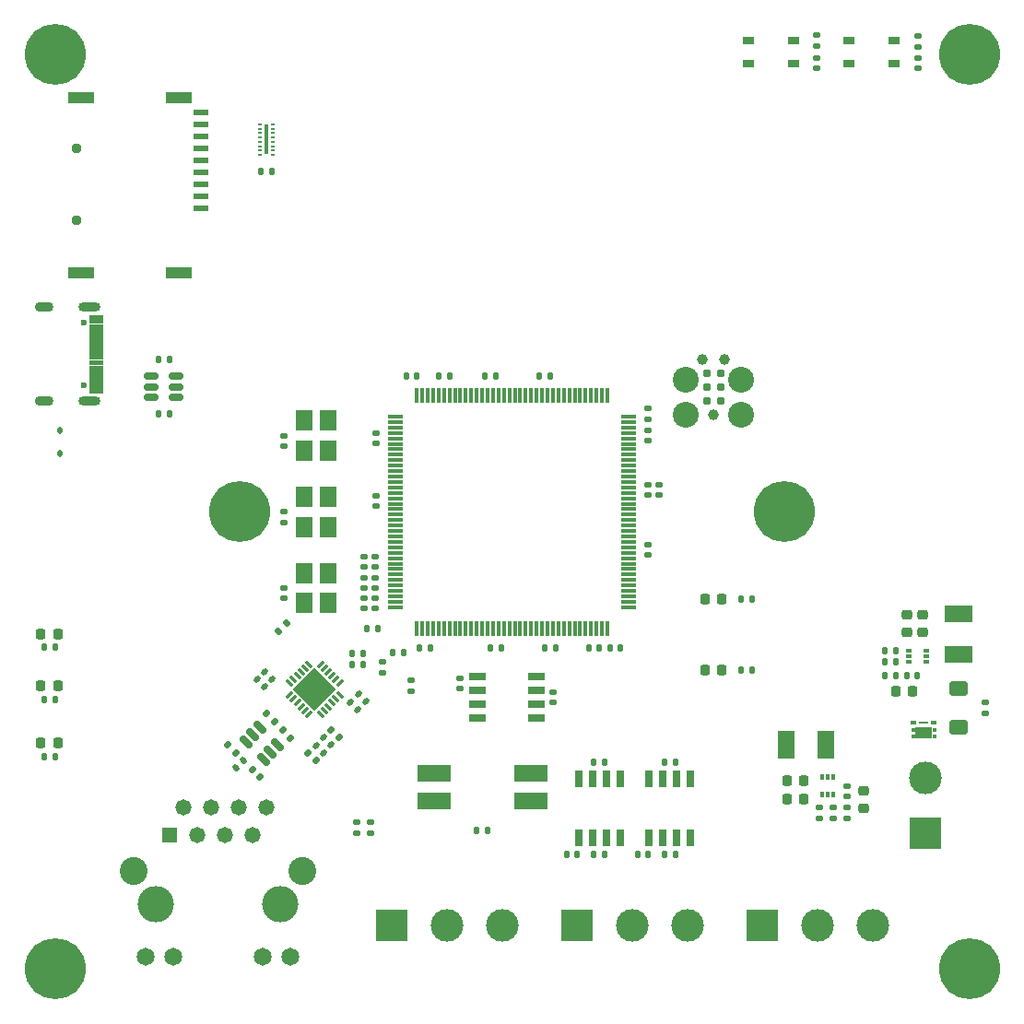
<source format=gbr>
%TF.GenerationSoftware,KiCad,Pcbnew,7.0.1*%
%TF.CreationDate,2023-07-13T18:43:16+01:00*%
%TF.ProjectId,Gateway Board,47617465-7761-4792-9042-6f6172642e6b,rev?*%
%TF.SameCoordinates,Original*%
%TF.FileFunction,Soldermask,Top*%
%TF.FilePolarity,Negative*%
%FSLAX46Y46*%
G04 Gerber Fmt 4.6, Leading zero omitted, Abs format (unit mm)*
G04 Created by KiCad (PCBNEW 7.0.1) date 2023-07-13 18:43:16*
%MOMM*%
%LPD*%
G01*
G04 APERTURE LIST*
G04 Aperture macros list*
%AMRoundRect*
0 Rectangle with rounded corners*
0 $1 Rounding radius*
0 $2 $3 $4 $5 $6 $7 $8 $9 X,Y pos of 4 corners*
0 Add a 4 corners polygon primitive as box body*
4,1,4,$2,$3,$4,$5,$6,$7,$8,$9,$2,$3,0*
0 Add four circle primitives for the rounded corners*
1,1,$1+$1,$2,$3*
1,1,$1+$1,$4,$5*
1,1,$1+$1,$6,$7*
1,1,$1+$1,$8,$9*
0 Add four rect primitives between the rounded corners*
20,1,$1+$1,$2,$3,$4,$5,0*
20,1,$1+$1,$4,$5,$6,$7,0*
20,1,$1+$1,$6,$7,$8,$9,0*
20,1,$1+$1,$8,$9,$2,$3,0*%
%AMRotRect*
0 Rectangle, with rotation*
0 The origin of the aperture is its center*
0 $1 length*
0 $2 width*
0 $3 Rotation angle, in degrees counterclockwise*
0 Add horizontal line*
21,1,$1,$2,0,0,$3*%
G04 Aperture macros list end*
%ADD10C,0.010000*%
%ADD11RoundRect,0.140000X-0.170000X0.140000X-0.170000X-0.140000X0.170000X-0.140000X0.170000X0.140000X0*%
%ADD12RoundRect,0.135000X0.135000X0.185000X-0.135000X0.185000X-0.135000X-0.185000X0.135000X-0.185000X0*%
%ADD13RoundRect,0.135000X0.185000X-0.135000X0.185000X0.135000X-0.185000X0.135000X-0.185000X-0.135000X0*%
%ADD14R,2.500000X1.500000*%
%ADD15RoundRect,0.218750X-0.218750X-0.256250X0.218750X-0.256250X0.218750X0.256250X-0.218750X0.256250X0*%
%ADD16RoundRect,0.140000X-0.140000X-0.170000X0.140000X-0.170000X0.140000X0.170000X-0.140000X0.170000X0*%
%ADD17R,0.650000X1.500000*%
%ADD18RoundRect,0.135000X-0.185000X0.135000X-0.185000X-0.135000X0.185000X-0.135000X0.185000X0.135000X0*%
%ADD19C,0.950000*%
%ADD20R,1.400000X0.620000*%
%ADD21R,2.400000X1.100000*%
%ADD22R,1.650000X1.950000*%
%ADD23RoundRect,0.140000X0.170000X-0.140000X0.170000X0.140000X-0.170000X0.140000X-0.170000X-0.140000X0*%
%ADD24RoundRect,0.140000X0.140000X0.170000X-0.140000X0.170000X-0.140000X-0.170000X0.140000X-0.170000X0*%
%ADD25RoundRect,0.135000X-0.226274X-0.035355X-0.035355X-0.226274X0.226274X0.035355X0.035355X0.226274X0*%
%ADD26R,3.000000X3.000000*%
%ADD27C,3.000000*%
%ADD28RoundRect,0.140000X0.219203X0.021213X0.021213X0.219203X-0.219203X-0.021213X-0.021213X-0.219203X0*%
%ADD29RoundRect,0.225000X-0.225000X-0.250000X0.225000X-0.250000X0.225000X0.250000X-0.225000X0.250000X0*%
%ADD30R,1.500000X0.650000*%
%ADD31RoundRect,0.135000X-0.135000X-0.185000X0.135000X-0.185000X0.135000X0.185000X-0.135000X0.185000X0*%
%ADD32RoundRect,0.225000X-0.250000X0.225000X-0.250000X-0.225000X0.250000X-0.225000X0.250000X0.225000X0*%
%ADD33C,5.600000*%
%ADD34RoundRect,0.135000X-0.035355X0.226274X-0.226274X0.035355X0.035355X-0.226274X0.226274X-0.035355X0*%
%ADD35RoundRect,0.140000X-0.219203X-0.021213X-0.021213X-0.219203X0.219203X0.021213X0.021213X0.219203X0*%
%ADD36R,3.100000X1.600000*%
%ADD37R,0.300000X0.475000*%
%ADD38RoundRect,0.135000X0.226274X0.035355X0.035355X0.226274X-0.226274X-0.035355X-0.035355X-0.226274X0*%
%ADD39R,1.500000X2.500000*%
%ADD40RoundRect,0.150000X0.468458X-0.256326X-0.256326X0.468458X-0.468458X0.256326X0.256326X-0.468458X0*%
%ADD41C,0.600000*%
%ADD42O,2.000000X0.900000*%
%ADD43O,1.700000X0.900000*%
%ADD44C,2.374900*%
%ADD45C,0.990600*%
%ADD46C,0.787400*%
%ADD47R,0.475000X0.300000*%
%ADD48RoundRect,0.150000X0.512500X0.150000X-0.512500X0.150000X-0.512500X-0.150000X0.512500X-0.150000X0*%
%ADD49RoundRect,0.225000X0.225000X0.250000X-0.225000X0.250000X-0.225000X-0.250000X0.225000X-0.250000X0*%
%ADD50C,3.330000*%
%ADD51R,1.478000X1.478000*%
%ADD52C,1.478000*%
%ADD53C,1.650000*%
%ADD54C,2.565000*%
%ADD55R,1.050000X0.650000*%
%ADD56RoundRect,0.112500X0.112500X-0.187500X0.112500X0.187500X-0.112500X0.187500X-0.112500X-0.187500X0*%
%ADD57RotRect,0.300000X0.800000X225.000000*%
%ADD58RotRect,0.300000X0.800000X135.000000*%
%ADD59RotRect,2.800000X2.800000X135.000000*%
%ADD60RoundRect,0.140000X-0.021213X0.219203X-0.219203X0.021213X0.021213X-0.219203X0.219203X-0.021213X0*%
%ADD61R,0.450000X0.200000*%
%ADD62R,0.300000X2.800000*%
%ADD63R,0.350000X0.400000*%
%ADD64R,0.500000X0.400000*%
%ADD65R,0.920000X0.285000*%
%ADD66R,1.600000X1.050000*%
%ADD67RoundRect,0.250000X-0.600000X0.400000X-0.600000X-0.400000X0.600000X-0.400000X0.600000X0.400000X0*%
%ADD68R,1.475000X0.300000*%
%ADD69R,0.300000X1.475000*%
G04 APERTURE END LIST*
%TO.C,J303*%
D10*
X107370000Y-82650000D02*
X106130000Y-82650000D01*
X106130000Y-81950000D01*
X107370000Y-81950000D01*
X107370000Y-82650000D01*
G36*
X107370000Y-82650000D02*
G01*
X106130000Y-82650000D01*
X106130000Y-81950000D01*
X107370000Y-81950000D01*
X107370000Y-82650000D01*
G37*
X107370000Y-83450000D02*
X106130000Y-83450000D01*
X106130000Y-82750000D01*
X107370000Y-82750000D01*
X107370000Y-83450000D01*
G36*
X107370000Y-83450000D02*
G01*
X106130000Y-83450000D01*
X106130000Y-82750000D01*
X107370000Y-82750000D01*
X107370000Y-83450000D01*
G37*
X107370000Y-83950000D02*
X106130000Y-83950000D01*
X106130000Y-83550000D01*
X107370000Y-83550000D01*
X107370000Y-83950000D01*
G36*
X107370000Y-83950000D02*
G01*
X106130000Y-83950000D01*
X106130000Y-83550000D01*
X107370000Y-83550000D01*
X107370000Y-83950000D01*
G37*
X107370000Y-84450000D02*
X106130000Y-84450000D01*
X106130000Y-84050000D01*
X107370000Y-84050000D01*
X107370000Y-84450000D01*
G36*
X107370000Y-84450000D02*
G01*
X106130000Y-84450000D01*
X106130000Y-84050000D01*
X107370000Y-84050000D01*
X107370000Y-84450000D01*
G37*
X107370000Y-84950000D02*
X106130000Y-84950000D01*
X106130000Y-84550000D01*
X107370000Y-84550000D01*
X107370000Y-84950000D01*
G36*
X107370000Y-84950000D02*
G01*
X106130000Y-84950000D01*
X106130000Y-84550000D01*
X107370000Y-84550000D01*
X107370000Y-84950000D01*
G37*
X107370000Y-85450000D02*
X106130000Y-85450000D01*
X106130000Y-85050000D01*
X107370000Y-85050000D01*
X107370000Y-85450000D01*
G36*
X107370000Y-85450000D02*
G01*
X106130000Y-85450000D01*
X106130000Y-85050000D01*
X107370000Y-85050000D01*
X107370000Y-85450000D01*
G37*
X107370000Y-85950000D02*
X106130000Y-85950000D01*
X106130000Y-85550000D01*
X107370000Y-85550000D01*
X107370000Y-85950000D01*
G36*
X107370000Y-85950000D02*
G01*
X106130000Y-85950000D01*
X106130000Y-85550000D01*
X107370000Y-85550000D01*
X107370000Y-85950000D01*
G37*
X107370000Y-86450000D02*
X106130000Y-86450000D01*
X106130000Y-86050000D01*
X107370000Y-86050000D01*
X107370000Y-86450000D01*
G36*
X107370000Y-86450000D02*
G01*
X106130000Y-86450000D01*
X106130000Y-86050000D01*
X107370000Y-86050000D01*
X107370000Y-86450000D01*
G37*
X107370000Y-86950000D02*
X106130000Y-86950000D01*
X106130000Y-86550000D01*
X107370000Y-86550000D01*
X107370000Y-86950000D01*
G36*
X107370000Y-86950000D02*
G01*
X106130000Y-86950000D01*
X106130000Y-86550000D01*
X107370000Y-86550000D01*
X107370000Y-86950000D01*
G37*
X107370000Y-87450000D02*
X106130000Y-87450000D01*
X106130000Y-87050000D01*
X107370000Y-87050000D01*
X107370000Y-87450000D01*
G36*
X107370000Y-87450000D02*
G01*
X106130000Y-87450000D01*
X106130000Y-87050000D01*
X107370000Y-87050000D01*
X107370000Y-87450000D01*
G37*
X107370000Y-88250000D02*
X106130000Y-88250000D01*
X106130000Y-87550000D01*
X107370000Y-87550000D01*
X107370000Y-88250000D01*
G36*
X107370000Y-88250000D02*
G01*
X106130000Y-88250000D01*
X106130000Y-87550000D01*
X107370000Y-87550000D01*
X107370000Y-88250000D01*
G37*
X107370000Y-89050000D02*
X106130000Y-89050000D01*
X106130000Y-88350000D01*
X107370000Y-88350000D01*
X107370000Y-89050000D01*
G36*
X107370000Y-89050000D02*
G01*
X106130000Y-89050000D01*
X106130000Y-88350000D01*
X107370000Y-88350000D01*
X107370000Y-89050000D01*
G37*
%TD*%
D11*
%TO.C,C309*%
X157500000Y-97520000D03*
X157500000Y-98480000D03*
%TD*%
D12*
%TO.C,R301*%
X103020000Y-117250000D03*
X102000000Y-117250000D03*
%TD*%
D11*
%TO.C,C310*%
X131400000Y-107920000D03*
X131400000Y-108880000D03*
%TD*%
%TO.C,C324*%
X157500000Y-92520000D03*
X157500000Y-93480000D03*
%TD*%
D13*
%TO.C,R201*%
X174500000Y-128172000D03*
X174500000Y-127152000D03*
%TD*%
D11*
%TO.C,C304*%
X182250000Y-58270000D03*
X182250000Y-59230000D03*
%TD*%
D13*
%TO.C,R207*%
X188500000Y-118510000D03*
X188500000Y-117490000D03*
%TD*%
D14*
%TO.C,L202*%
X186000000Y-113100000D03*
X186000000Y-109400000D03*
%TD*%
D12*
%TO.C,R302*%
X142760000Y-129250000D03*
X141740000Y-129250000D03*
%TD*%
D15*
%TO.C,D302*%
X101722500Y-111200000D03*
X103297500Y-111200000D03*
%TD*%
D16*
%TO.C,C320*%
X142520000Y-87500000D03*
X143480000Y-87500000D03*
%TD*%
D17*
%TO.C,IC304*%
X161405000Y-124550000D03*
X160135000Y-124550000D03*
X158865000Y-124550000D03*
X157595000Y-124550000D03*
X157595000Y-129950000D03*
X158865000Y-129950000D03*
X160135000Y-129950000D03*
X161405000Y-129950000D03*
%TD*%
D18*
%TO.C,R413*%
X132000000Y-128490000D03*
X132000000Y-129510000D03*
%TD*%
D19*
%TO.C,J302*%
X105000000Y-66605000D03*
X105000000Y-73205000D03*
D20*
X116420000Y-72105000D03*
X116420000Y-71005000D03*
X116420000Y-69905000D03*
X116420000Y-68805000D03*
X116420000Y-67705000D03*
X116420000Y-66605000D03*
X116420000Y-65505000D03*
X116420000Y-64405000D03*
X116420000Y-63305000D03*
D21*
X114420000Y-61925000D03*
X105420000Y-61925000D03*
X105420000Y-78075000D03*
X114420000Y-78075000D03*
%TD*%
D22*
%TO.C,X303*%
X125900000Y-91625000D03*
X125900000Y-94375000D03*
X128100000Y-94375000D03*
X128100000Y-91625000D03*
%TD*%
D18*
%TO.C,R402*%
X133100000Y-113790000D03*
X133100000Y-114810000D03*
%TD*%
D11*
%TO.C,C308*%
X132400000Y-107920000D03*
X132400000Y-108880000D03*
%TD*%
D23*
%TO.C,C305*%
X132400000Y-106980000D03*
X132400000Y-106020000D03*
%TD*%
D24*
%TO.C,C204*%
X182230000Y-115000000D03*
X181270000Y-115000000D03*
%TD*%
D12*
%TO.C,R303*%
X103020000Y-112450000D03*
X102000000Y-112450000D03*
%TD*%
D16*
%TO.C,C6*%
X159040000Y-123000000D03*
X160000000Y-123000000D03*
%TD*%
D25*
%TO.C,R411*%
X123939376Y-120039376D03*
X124660624Y-120760624D03*
%TD*%
D13*
%TO.C,R311*%
X173000000Y-57250000D03*
X173000000Y-56230000D03*
%TD*%
D24*
%TO.C,C323*%
X152980000Y-112500000D03*
X152020000Y-112500000D03*
%TD*%
D26*
%TO.C,J304*%
X133920000Y-138000000D03*
D27*
X139000000Y-138000000D03*
X144080000Y-138000000D03*
%TD*%
D28*
%TO.C,C404*%
X122268091Y-116064945D03*
X121589269Y-115386123D03*
%TD*%
D23*
%TO.C,C314*%
X132400000Y-105080000D03*
X132400000Y-104120000D03*
%TD*%
D24*
%TO.C,C3*%
X150980000Y-131500000D03*
X150020000Y-131500000D03*
%TD*%
D29*
%TO.C,C207*%
X170225000Y-124662000D03*
X171775000Y-124662000D03*
%TD*%
D30*
%TO.C,IC302*%
X147200000Y-118905000D03*
X147200000Y-117635000D03*
X147200000Y-116365000D03*
X147200000Y-115095000D03*
X141800000Y-115095000D03*
X141800000Y-116365000D03*
X141800000Y-117635000D03*
X141800000Y-118905000D03*
%TD*%
D22*
%TO.C,X301*%
X125900000Y-105625000D03*
X125900000Y-108375000D03*
X128100000Y-108375000D03*
X128100000Y-105625000D03*
%TD*%
D31*
%TO.C,R401*%
X130290000Y-113000000D03*
X131310000Y-113000000D03*
%TD*%
D16*
%TO.C,C4*%
X152520000Y-123000000D03*
X153480000Y-123000000D03*
%TD*%
D26*
%TO.C,J306*%
X168000000Y-138000000D03*
D27*
X173080000Y-138000000D03*
X178160000Y-138000000D03*
%TD*%
D15*
%TO.C,D201*%
X162712500Y-114500000D03*
X164287500Y-114500000D03*
%TD*%
D22*
%TO.C,X302*%
X125900000Y-98625000D03*
X125900000Y-101375000D03*
X128100000Y-101375000D03*
X128100000Y-98625000D03*
%TD*%
D32*
%TO.C,C208*%
X182750000Y-109475000D03*
X182750000Y-111025000D03*
%TD*%
D18*
%TO.C,R412*%
X130750000Y-128480000D03*
X130750000Y-129500000D03*
%TD*%
D33*
%TO.C,H101*%
X103000000Y-58000000D03*
%TD*%
D34*
%TO.C,R406*%
X124260624Y-110239376D03*
X123539376Y-110960624D03*
%TD*%
D24*
%TO.C,C313*%
X137480000Y-112500000D03*
X136520000Y-112500000D03*
%TD*%
D31*
%TO.C,R308*%
X112490000Y-86000000D03*
X113510000Y-86000000D03*
%TD*%
%TO.C,R203*%
X179240000Y-113750000D03*
X180260000Y-113750000D03*
%TD*%
D23*
%TO.C,C301*%
X124000000Y-93960000D03*
X124000000Y-93000000D03*
%TD*%
D35*
%TO.C,C405*%
X126989269Y-121436123D03*
X127668091Y-122114945D03*
%TD*%
D36*
%TO.C,SW301*%
X137805000Y-123980000D03*
X137805000Y-126520000D03*
X146695000Y-126520000D03*
X146695000Y-123980000D03*
%TD*%
D25*
%TO.C,R410*%
X121139376Y-123639376D03*
X121860624Y-124360624D03*
%TD*%
D11*
%TO.C,C316*%
X157500000Y-90520000D03*
X157500000Y-91480000D03*
%TD*%
D37*
%TO.C,IC201*%
X174500000Y-124324000D03*
X174000000Y-124324000D03*
X173500000Y-124324000D03*
X173500000Y-126000000D03*
X174000000Y-126000000D03*
X174500000Y-126000000D03*
%TD*%
D31*
%TO.C,R307*%
X152490000Y-131500000D03*
X153510000Y-131500000D03*
%TD*%
%TO.C,R310*%
X158990000Y-131500000D03*
X160010000Y-131500000D03*
%TD*%
D24*
%TO.C,C206*%
X180230000Y-112750000D03*
X179270000Y-112750000D03*
%TD*%
D38*
%TO.C,R408*%
X123160624Y-119260624D03*
X122439376Y-118539376D03*
%TD*%
D23*
%TO.C,C322*%
X131400000Y-105080000D03*
X131400000Y-104120000D03*
%TD*%
D39*
%TO.C,L201*%
X173850000Y-121412000D03*
X170150000Y-121412000D03*
%TD*%
D40*
%TO.C,U401*%
X122132583Y-122726085D03*
X122804334Y-122054334D03*
X123476085Y-121382583D03*
X121867417Y-119773915D03*
X121195666Y-120445666D03*
X120523915Y-121117417D03*
%TD*%
D25*
%TO.C,R407*%
X126268056Y-122114910D03*
X126989304Y-122836158D03*
%TD*%
D11*
%TO.C,C1*%
X140250000Y-115270000D03*
X140250000Y-116230000D03*
%TD*%
D15*
%TO.C,D202*%
X162712500Y-108000000D03*
X164287500Y-108000000D03*
%TD*%
D28*
%TO.C,C406*%
X122968091Y-115364945D03*
X122289269Y-114686123D03*
%TD*%
D41*
%TO.C,J303*%
X105680000Y-82610000D03*
X105680000Y-88390000D03*
D42*
X106170000Y-81175000D03*
X106170000Y-89825000D03*
D43*
X102000000Y-81175000D03*
X102000000Y-89825000D03*
%TD*%
D26*
%TO.C,J305*%
X150920000Y-138000000D03*
D27*
X156000000Y-138000000D03*
X161080000Y-138000000D03*
%TD*%
D44*
%TO.C,J301*%
X160960000Y-91040000D03*
D45*
X163500000Y-91040000D03*
D44*
X166040000Y-91040000D03*
X160960000Y-87865000D03*
X166040000Y-87865000D03*
D45*
X162484000Y-85960000D03*
X164516000Y-85960000D03*
D46*
X164135000Y-89770000D03*
X162865000Y-89770000D03*
X164135000Y-88500000D03*
X162865000Y-88500000D03*
X164135000Y-87230000D03*
X162865000Y-87230000D03*
%TD*%
D12*
%TO.C,R304*%
X103020000Y-122450000D03*
X102000000Y-122450000D03*
%TD*%
D33*
%TO.C,H104*%
X187000000Y-142000000D03*
%TD*%
D47*
%TO.C,IC202*%
X183088000Y-113750000D03*
X183088000Y-113250000D03*
X183088000Y-112750000D03*
X181412000Y-112750000D03*
X181412000Y-113250000D03*
X181412000Y-113750000D03*
%TD*%
D13*
%TO.C,R403*%
X135700000Y-116510000D03*
X135700000Y-115490000D03*
%TD*%
%TO.C,R202*%
X175750000Y-128192000D03*
X175750000Y-127172000D03*
%TD*%
D16*
%TO.C,C325*%
X121945000Y-68700000D03*
X122905000Y-68700000D03*
%TD*%
D17*
%TO.C,IC303*%
X154905000Y-124550000D03*
X153635000Y-124550000D03*
X152365000Y-124550000D03*
X151095000Y-124550000D03*
X151095000Y-129950000D03*
X152365000Y-129950000D03*
X153635000Y-129950000D03*
X154905000Y-129950000D03*
%TD*%
D16*
%TO.C,C317*%
X154020000Y-112500000D03*
X154980000Y-112500000D03*
%TD*%
D48*
%TO.C,U302*%
X114137500Y-89450000D03*
X114137500Y-88500000D03*
X114137500Y-87550000D03*
X111862500Y-87550000D03*
X111862500Y-88500000D03*
X111862500Y-89450000D03*
%TD*%
D49*
%TO.C,C202*%
X181775000Y-116500000D03*
X180225000Y-116500000D03*
%TD*%
D35*
%TO.C,C403*%
X130160589Y-117460589D03*
X130839411Y-118139411D03*
%TD*%
D15*
%TO.C,D303*%
X101722500Y-121200000D03*
X103297500Y-121200000D03*
%TD*%
D31*
%TO.C,R309*%
X112490000Y-91000000D03*
X113510000Y-91000000D03*
%TD*%
D35*
%TO.C,C402*%
X130860589Y-116760589D03*
X131539411Y-117439411D03*
%TD*%
D11*
%TO.C,C315*%
X158500000Y-97520000D03*
X158500000Y-98480000D03*
%TD*%
D38*
%TO.C,R409*%
X119610624Y-122110624D03*
X118889376Y-121389376D03*
%TD*%
D50*
%TO.C,J401*%
X123715000Y-136000000D03*
X112285000Y-136000000D03*
D51*
X113555000Y-129650000D03*
D52*
X114825000Y-127110000D03*
X116095000Y-129650000D03*
X117365000Y-127110000D03*
X118635000Y-129650000D03*
X119905000Y-127110000D03*
X121175000Y-129650000D03*
X122445000Y-127110000D03*
D53*
X111375000Y-140900000D03*
X113915000Y-140900000D03*
X122085000Y-140900000D03*
X124625000Y-140900000D03*
D54*
X125745000Y-132950000D03*
X110255000Y-132950000D03*
%TD*%
D55*
%TO.C,S301*%
X175925000Y-56675000D03*
X180075000Y-56675000D03*
X175925000Y-58825000D03*
X180075000Y-58825000D03*
%TD*%
%TO.C,S302*%
X166675000Y-56675000D03*
X170825000Y-56675000D03*
X166675000Y-58825000D03*
X170825000Y-58825000D03*
%TD*%
D12*
%TO.C,R205*%
X167010000Y-114500000D03*
X165990000Y-114500000D03*
%TD*%
D25*
%TO.C,FB401*%
X128368056Y-120014910D03*
X129089304Y-120736158D03*
%TD*%
D26*
%TO.C,J201*%
X183000000Y-129540000D03*
D27*
X183000000Y-124460000D03*
%TD*%
D23*
%TO.C,C303*%
X124000000Y-107960000D03*
X124000000Y-107000000D03*
%TD*%
D56*
%TO.C,D304*%
X103500000Y-94650000D03*
X103500000Y-92550000D03*
%TD*%
D33*
%TO.C,H103*%
X187000000Y-58000000D03*
%TD*%
D35*
%TO.C,C407*%
X127689269Y-120736123D03*
X128368091Y-121414945D03*
%TD*%
D24*
%TO.C,C318*%
X148980000Y-112500000D03*
X148020000Y-112500000D03*
%TD*%
D12*
%TO.C,R306*%
X139250000Y-87500000D03*
X138230000Y-87500000D03*
%TD*%
D31*
%TO.C,R405*%
X131690000Y-110700000D03*
X132710000Y-110700000D03*
%TD*%
D24*
%TO.C,C5*%
X157480000Y-131500000D03*
X156520000Y-131500000D03*
%TD*%
D57*
%TO.C,IC401*%
X127396447Y-118582641D03*
X127750000Y-118229088D03*
X128103554Y-117875534D03*
X128457107Y-117521981D03*
X128810661Y-117168427D03*
X129164214Y-116814874D03*
D58*
X129164214Y-115754214D03*
X128810661Y-115400661D03*
X128457107Y-115047107D03*
X128103554Y-114693554D03*
X127750000Y-114340000D03*
X127396447Y-113986447D03*
D57*
X126335787Y-113986447D03*
X125982234Y-114340000D03*
X125628680Y-114693554D03*
X125275127Y-115047107D03*
X124921573Y-115400661D03*
X124568020Y-115754214D03*
D58*
X124568020Y-116814874D03*
X124921573Y-117168427D03*
X125275127Y-117521981D03*
X125628680Y-117875534D03*
X125982234Y-118229088D03*
X126335787Y-118582641D03*
D59*
X126866117Y-116284544D03*
%TD*%
D11*
%TO.C,C326*%
X173000000Y-58270000D03*
X173000000Y-59230000D03*
%TD*%
D23*
%TO.C,C312*%
X132500000Y-99480000D03*
X132500000Y-98520000D03*
%TD*%
D24*
%TO.C,C401*%
X131280000Y-114000000D03*
X130320000Y-114000000D03*
%TD*%
%TO.C,C319*%
X143980000Y-112500000D03*
X143020000Y-112500000D03*
%TD*%
D13*
%TO.C,R305*%
X182250000Y-57260000D03*
X182250000Y-56240000D03*
%TD*%
D32*
%TO.C,C210*%
X181250000Y-109475000D03*
X181250000Y-111025000D03*
%TD*%
D29*
%TO.C,C209*%
X170225000Y-126412000D03*
X171775000Y-126412000D03*
%TD*%
D23*
%TO.C,C311*%
X132500000Y-93730000D03*
X132500000Y-92770000D03*
%TD*%
D33*
%TO.C,H105*%
X120000000Y-100000000D03*
%TD*%
D11*
%TO.C,C205*%
X173250000Y-127182000D03*
X173250000Y-128142000D03*
%TD*%
D31*
%TO.C,R204*%
X179220000Y-115000000D03*
X180240000Y-115000000D03*
%TD*%
%TO.C,R404*%
X133990000Y-112900000D03*
X135010000Y-112900000D03*
%TD*%
D23*
%TO.C,C302*%
X124000000Y-100960000D03*
X124000000Y-100000000D03*
%TD*%
D12*
%TO.C,R206*%
X167010000Y-108000000D03*
X165990000Y-108000000D03*
%TD*%
D33*
%TO.C,H106*%
X170000000Y-100000000D03*
%TD*%
D60*
%TO.C,C408*%
X120339411Y-122860589D03*
X119660589Y-123539411D03*
%TD*%
D16*
%TO.C,C321*%
X147520000Y-87500000D03*
X148480000Y-87500000D03*
%TD*%
D61*
%TO.C,FL301*%
X123000000Y-67200000D03*
X123000000Y-66800000D03*
X123000000Y-66400000D03*
X123000000Y-66000000D03*
X123000000Y-65600000D03*
X123000000Y-65200000D03*
X123000000Y-64800000D03*
X123000000Y-64400000D03*
X121850000Y-64400000D03*
X121850000Y-64800000D03*
X121850000Y-65200000D03*
X121850000Y-65600000D03*
X121850000Y-66000000D03*
X121850000Y-66400000D03*
X121850000Y-66800000D03*
X121850000Y-67200000D03*
D62*
X122425000Y-65800000D03*
%TD*%
D11*
%TO.C,C327*%
X157500000Y-103020000D03*
X157500000Y-103980000D03*
%TD*%
%TO.C,C203*%
X175750000Y-125182000D03*
X175750000Y-126142000D03*
%TD*%
D63*
%TO.C,Q201*%
X183775000Y-120650000D03*
X183775000Y-120000000D03*
D64*
X183700000Y-119350000D03*
X181900000Y-119350000D03*
D63*
X181825000Y-120000000D03*
X181825000Y-120650000D03*
D65*
X182800000Y-119350000D03*
D66*
X182800000Y-120325000D03*
%TD*%
D33*
%TO.C,H102*%
X103000000Y-142000000D03*
%TD*%
D67*
%TO.C,D204*%
X186000000Y-116250000D03*
X186000000Y-119750000D03*
%TD*%
D68*
%TO.C,IC301*%
X134262000Y-91250000D03*
X134262000Y-91750000D03*
X134262000Y-92250000D03*
X134262000Y-92750000D03*
X134262000Y-93250000D03*
X134262000Y-93750000D03*
X134262000Y-94250000D03*
X134262000Y-94750000D03*
X134262000Y-95250000D03*
X134262000Y-95750000D03*
X134262000Y-96250000D03*
X134262000Y-96750000D03*
X134262000Y-97250000D03*
X134262000Y-97750000D03*
X134262000Y-98250000D03*
X134262000Y-98750000D03*
X134262000Y-99250000D03*
X134262000Y-99750000D03*
X134262000Y-100250000D03*
X134262000Y-100750000D03*
X134262000Y-101250000D03*
X134262000Y-101750000D03*
X134262000Y-102250000D03*
X134262000Y-102750000D03*
X134262000Y-103250000D03*
X134262000Y-103750000D03*
X134262000Y-104250000D03*
X134262000Y-104750000D03*
X134262000Y-105250000D03*
X134262000Y-105750000D03*
X134262000Y-106250000D03*
X134262000Y-106750000D03*
X134262000Y-107250000D03*
X134262000Y-107750000D03*
X134262000Y-108250000D03*
X134262000Y-108750000D03*
D69*
X136250000Y-110738000D03*
X136750000Y-110738000D03*
X137250000Y-110738000D03*
X137750000Y-110738000D03*
X138250000Y-110738000D03*
X138750000Y-110738000D03*
X139250000Y-110738000D03*
X139750000Y-110738000D03*
X140250000Y-110738000D03*
X140750000Y-110738000D03*
X141250000Y-110738000D03*
X141750000Y-110738000D03*
X142250000Y-110738000D03*
X142750000Y-110738000D03*
X143250000Y-110738000D03*
X143750000Y-110738000D03*
X144250000Y-110738000D03*
X144750000Y-110738000D03*
X145250000Y-110738000D03*
X145750000Y-110738000D03*
X146250000Y-110738000D03*
X146750000Y-110738000D03*
X147250000Y-110738000D03*
X147750000Y-110738000D03*
X148250000Y-110738000D03*
X148750000Y-110738000D03*
X149250000Y-110738000D03*
X149750000Y-110738000D03*
X150250000Y-110738000D03*
X150750000Y-110738000D03*
X151250000Y-110738000D03*
X151750000Y-110738000D03*
X152250000Y-110738000D03*
X152750000Y-110738000D03*
X153250000Y-110738000D03*
X153750000Y-110738000D03*
D68*
X155738000Y-108750000D03*
X155738000Y-108250000D03*
X155738000Y-107750000D03*
X155738000Y-107250000D03*
X155738000Y-106750000D03*
X155738000Y-106250000D03*
X155738000Y-105750000D03*
X155738000Y-105250000D03*
X155738000Y-104750000D03*
X155738000Y-104250000D03*
X155738000Y-103750000D03*
X155738000Y-103250000D03*
X155738000Y-102750000D03*
X155738000Y-102250000D03*
X155738000Y-101750000D03*
X155738000Y-101250000D03*
X155738000Y-100750000D03*
X155738000Y-100250000D03*
X155738000Y-99750000D03*
X155738000Y-99250000D03*
X155738000Y-98750000D03*
X155738000Y-98250000D03*
X155738000Y-97750000D03*
X155738000Y-97250000D03*
X155738000Y-96750000D03*
X155738000Y-96250000D03*
X155738000Y-95750000D03*
X155738000Y-95250000D03*
X155738000Y-94750000D03*
X155738000Y-94250000D03*
X155738000Y-93750000D03*
X155738000Y-93250000D03*
X155738000Y-92750000D03*
X155738000Y-92250000D03*
X155738000Y-91750000D03*
X155738000Y-91250000D03*
D69*
X153750000Y-89262000D03*
X153250000Y-89262000D03*
X152750000Y-89262000D03*
X152250000Y-89262000D03*
X151750000Y-89262000D03*
X151250000Y-89262000D03*
X150750000Y-89262000D03*
X150250000Y-89262000D03*
X149750000Y-89262000D03*
X149250000Y-89262000D03*
X148750000Y-89262000D03*
X148250000Y-89262000D03*
X147750000Y-89262000D03*
X147250000Y-89262000D03*
X146750000Y-89262000D03*
X146250000Y-89262000D03*
X145750000Y-89262000D03*
X145250000Y-89262000D03*
X144750000Y-89262000D03*
X144250000Y-89262000D03*
X143750000Y-89262000D03*
X143250000Y-89262000D03*
X142750000Y-89262000D03*
X142250000Y-89262000D03*
X141750000Y-89262000D03*
X141250000Y-89262000D03*
X140750000Y-89262000D03*
X140250000Y-89262000D03*
X139750000Y-89262000D03*
X139250000Y-89262000D03*
X138750000Y-89262000D03*
X138250000Y-89262000D03*
X137750000Y-89262000D03*
X137250000Y-89262000D03*
X136750000Y-89262000D03*
X136250000Y-89262000D03*
%TD*%
D24*
%TO.C,C307*%
X136255000Y-87500000D03*
X135295000Y-87500000D03*
%TD*%
D23*
%TO.C,C306*%
X131400000Y-106980000D03*
X131400000Y-106020000D03*
%TD*%
D15*
%TO.C,D301*%
X101722500Y-116000000D03*
X103297500Y-116000000D03*
%TD*%
D11*
%TO.C,C2*%
X148750000Y-116520000D03*
X148750000Y-117480000D03*
%TD*%
D32*
%TO.C,C201*%
X177250000Y-125637000D03*
X177250000Y-127187000D03*
%TD*%
M02*

</source>
